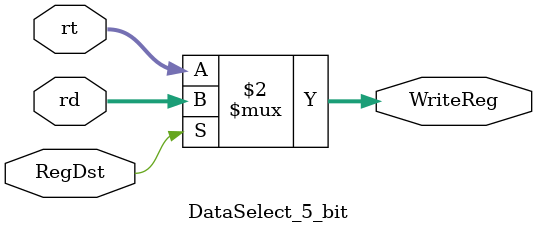
<source format=v>
`timescale 1ns / 1ps


module DataSelect_5_bit(rt,rd,RegDst,WriteReg);
    input [4:0] rt;
    input [4:0] rd;
    input RegDst;
    output [4:0] WriteReg;
    assign WriteReg = (RegDst==0)?rt:rd;
endmodule

</source>
